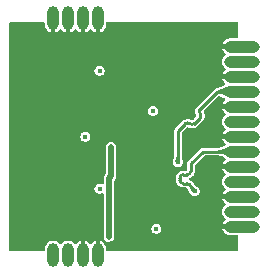
<source format=gbr>
%TF.GenerationSoftware,KiCad,Pcbnew,9.0.0*%
%TF.CreationDate,2025-02-25T16:03:33+01:00*%
%TF.ProjectId,2_In_6_Out,325f496e-5f36-45f4-9f75-742e6b696361,0*%
%TF.SameCoordinates,Original*%
%TF.FileFunction,Copper,L4,Bot*%
%TF.FilePolarity,Positive*%
%FSLAX46Y46*%
G04 Gerber Fmt 4.6, Leading zero omitted, Abs format (unit mm)*
G04 Created by KiCad (PCBNEW 9.0.0) date 2025-02-25 16:03:33*
%MOMM*%
%LPD*%
G01*
G04 APERTURE LIST*
%TA.AperFunction,CastellatedPad*%
%ADD10O,3.000000X1.000000*%
%TD*%
%TA.AperFunction,ComponentPad*%
%ADD11O,1.000000X2.000000*%
%TD*%
%TA.AperFunction,ViaPad*%
%ADD12C,0.450000*%
%TD*%
%TA.AperFunction,Conductor*%
%ADD13C,0.245000*%
%TD*%
%TA.AperFunction,Conductor*%
%ADD14C,0.500000*%
%TD*%
G04 APERTURE END LIST*
D10*
%TO.P,J3,1,Pin_1*%
%TO.N,GND*%
X109146250Y-53130000D03*
%TO.P,J3,2,Pin_2*%
%TO.N,/ClockBuffers/MasterTrigger_out_3*%
X109146250Y-54400000D03*
%TO.P,J3,3,Pin_3*%
%TO.N,GND*%
X109146250Y-55670000D03*
%TO.P,J3,4,Pin_4*%
%TO.N,/ClockBuffers/Heimtime_out_3*%
X109146250Y-56940000D03*
%TO.P,J3,5,Pin_5*%
%TO.N,GND*%
X109146250Y-58210000D03*
%TO.P,J3,6,Pin_6*%
%TO.N,/ClockBuffers/MasterTrigger_out_2*%
X109146250Y-59480000D03*
%TO.P,J3,7,Pin_7*%
%TO.N,GND*%
X109146250Y-60750000D03*
%TO.P,J3,8,Pin_8*%
%TO.N,/ClockBuffers/Heimtime_out_2*%
X109146250Y-62020000D03*
%TO.P,J3,9,Pin_9*%
%TO.N,GND*%
X109146250Y-63290000D03*
%TO.P,J3,10,Pin_10*%
%TO.N,/ClockBuffers/MasterTrigger_out_1*%
X109146250Y-64560000D03*
%TO.P,J3,11,Pin_11*%
%TO.N,GND*%
X109146250Y-65830000D03*
%TO.P,J3,12,Pin_12*%
%TO.N,/ClockBuffers/Heimtime_out_1*%
X109146250Y-67100000D03*
%TO.P,J3,13,Pin_13*%
%TO.N,GND*%
X109146250Y-68370000D03*
%TD*%
D11*
%TO.P,J4,1,Pin_1*%
%TO.N,GND*%
X96956250Y-50750000D03*
%TO.P,J4,2,Pin_2*%
X95686250Y-50750000D03*
%TO.P,J4,3,Pin_3*%
X94416250Y-50750000D03*
%TO.P,J4,4,Pin_4*%
X93146250Y-50750000D03*
%TD*%
%TO.P,J5,1,Pin_1*%
%TO.N,GND*%
X96956250Y-70750000D03*
%TO.P,J5,2,Pin_2*%
X95686250Y-70750000D03*
%TO.P,J5,3,Pin_3*%
%TO.N,3V3*%
X94416250Y-70750000D03*
%TO.P,J5,4,Pin_4*%
X93146250Y-70750000D03*
%TD*%
D12*
%TO.N,GND*%
X100216250Y-63240000D03*
X99626250Y-56760000D03*
X97656250Y-60480000D03*
X101346250Y-69630000D03*
X101816250Y-60810000D03*
X100326250Y-54140000D03*
X94356250Y-57020000D03*
X95436250Y-66640000D03*
X102606250Y-60800000D03*
X103996250Y-53150000D03*
X90696250Y-65050000D03*
X99476250Y-53250000D03*
X105876250Y-53690000D03*
X89766250Y-65790000D03*
X97786250Y-53630000D03*
X106526250Y-66060000D03*
X93826250Y-57980000D03*
X101106250Y-62910000D03*
X98986250Y-63350000D03*
X97431250Y-61856267D03*
X106436250Y-60860000D03*
X97266250Y-63420000D03*
X90346250Y-51640000D03*
X91416250Y-65840000D03*
X100876250Y-64260000D03*
X92556250Y-63400000D03*
X100116250Y-51630000D03*
X94506250Y-54920000D03*
X93346250Y-54230000D03*
X98626250Y-51710000D03*
X92196250Y-67950000D03*
X99206250Y-64260000D03*
X94396250Y-67050000D03*
X97096250Y-54510000D03*
X99656250Y-66730000D03*
X105207737Y-65945728D03*
X100286250Y-69860000D03*
X104226250Y-67570000D03*
X103110564Y-62838159D03*
X89866250Y-66990000D03*
X100376250Y-53480000D03*
X104816250Y-69870000D03*
X107686250Y-69560000D03*
X101746250Y-63500000D03*
X102366250Y-69170000D03*
X92096250Y-53950000D03*
X101906250Y-52270000D03*
X94156250Y-68170000D03*
X101076250Y-54140000D03*
X104956250Y-60750000D03*
X97236250Y-56440000D03*
X90596250Y-66250000D03*
X106616250Y-62850000D03*
X98956250Y-54160000D03*
X96522972Y-60499311D03*
X92896250Y-64250000D03*
X91626250Y-66770000D03*
X99443773Y-52281263D03*
X100386250Y-52540000D03*
X101096250Y-53110000D03*
X101722216Y-57994846D03*
X105846250Y-66080000D03*
X95366250Y-54770000D03*
X106496250Y-55300000D03*
X99626250Y-54130000D03*
X102026250Y-53230000D03*
X102106250Y-67900000D03*
X91446250Y-54530000D03*
X97996250Y-52730000D03*
X105126250Y-54700000D03*
X97100532Y-64515000D03*
X90476250Y-56340000D03*
X92756250Y-57160000D03*
X91496250Y-57050000D03*
X99716250Y-64280000D03*
X92556250Y-53310000D03*
X90426250Y-55110000D03*
X91433048Y-56048181D03*
X93276250Y-67370000D03*
X102656250Y-51650000D03*
X106536250Y-58530000D03*
X89746250Y-64720000D03*
X99476250Y-69330000D03*
X93906250Y-53340000D03*
X95336250Y-64890000D03*
X102466250Y-57330000D03*
X104676250Y-56580000D03*
X106696250Y-51520000D03*
X90296250Y-59850000D03*
X91556250Y-51620000D03*
X91906250Y-58310000D03*
X93996250Y-63830000D03*
X100296250Y-64290000D03*
X98155506Y-69784027D03*
X101026250Y-52040000D03*
X101976250Y-62660000D03*
X94496250Y-64750000D03*
X91896250Y-64750000D03*
X102646250Y-58180000D03*
X95336250Y-56510000D03*
X104526250Y-58890000D03*
%TO.N,3V3*%
X101906250Y-68550000D03*
X101616250Y-58560000D03*
X97086250Y-55170000D03*
X97086250Y-65170000D03*
X95896250Y-60750000D03*
%TO.N,/ClockBuffers/Heimtime_out_3*%
X103706250Y-62910000D03*
%TO.N,/ClockBuffers/Heimtime_out_2*%
X105136250Y-65350000D03*
%TO.N,Net-(D3-A)*%
X98056250Y-61660000D03*
X97886250Y-69220000D03*
%TD*%
D13*
%TO.N,/ClockBuffers/Heimtime_out_3*%
X103706250Y-60300000D02*
X103706250Y-60980939D01*
X104352680Y-59653572D02*
X103861767Y-60144484D01*
X103861767Y-60144484D02*
X103706250Y-60300000D01*
X108723750Y-56940000D02*
X107066250Y-56940000D01*
X105601250Y-59162660D02*
X105110338Y-59653573D01*
X103706250Y-62910000D02*
X103706250Y-60980939D01*
X107066250Y-56940000D02*
X105601250Y-58405000D01*
X105601250Y-58783830D02*
G75*
G02*
X105601205Y-59162615I-189450J-189370D01*
G01*
X105110338Y-59653573D02*
G75*
G02*
X104731508Y-59653573I-189415J189419D01*
G01*
X105601250Y-58405000D02*
G75*
G03*
X105601265Y-58783815I189450J-189400D01*
G01*
X104731508Y-59653573D02*
G75*
G03*
X104352686Y-59653578I-189408J-189427D01*
G01*
%TO.N,/ClockBuffers/Heimtime_out_2*%
X104847143Y-65060893D02*
X104828036Y-65041786D01*
X104520036Y-64733786D02*
X104186036Y-64733786D01*
X103878036Y-64425786D02*
X103878036Y-64271786D01*
X105818750Y-62027500D02*
X105826250Y-62020000D01*
X105136250Y-65350000D02*
X104847143Y-65060893D01*
X104828036Y-63018214D02*
X105818750Y-62027500D01*
X105826250Y-62020000D02*
X108723750Y-62020000D01*
X104186036Y-63963786D02*
X104520036Y-63963786D01*
X104828036Y-63655786D02*
X104828036Y-63501786D01*
X104828036Y-63501786D02*
X104828036Y-63018214D01*
X103878036Y-64271786D02*
G75*
G02*
X104186036Y-63963836I307964J-14D01*
G01*
X104186036Y-64733786D02*
G75*
G02*
X103878014Y-64425786I-36J307986D01*
G01*
X104520036Y-63963786D02*
G75*
G03*
X104827986Y-63655786I-36J307986D01*
G01*
X104828036Y-65041786D02*
G75*
G03*
X104520036Y-64733764I-308036J-14D01*
G01*
D14*
%TO.N,Net-(D3-A)*%
X97886250Y-69220000D02*
X97886250Y-64241752D01*
X97886250Y-64241752D02*
X98056250Y-64071752D01*
X98056250Y-64071752D02*
X98056250Y-61660000D01*
%TD*%
%TA.AperFunction,Conductor*%
%TO.N,GND*%
G36*
X92405441Y-51069407D02*
G01*
X92441405Y-51118907D01*
X92446250Y-51149500D01*
X92446250Y-51318944D01*
X92473151Y-51454183D01*
X92525916Y-51581571D01*
X92602521Y-51696220D01*
X92700029Y-51793728D01*
X92814678Y-51870333D01*
X92942063Y-51923097D01*
X92942069Y-51923099D01*
X92946250Y-51923929D01*
X92946250Y-51149500D01*
X92965157Y-51091309D01*
X93014657Y-51055345D01*
X93024371Y-51053806D01*
X93103463Y-51075000D01*
X93189037Y-51075000D01*
X93262263Y-51055378D01*
X93305441Y-51069407D01*
X93341405Y-51118907D01*
X93346250Y-51149500D01*
X93346250Y-51923929D01*
X93350430Y-51923099D01*
X93350436Y-51923097D01*
X93477821Y-51870333D01*
X93592470Y-51793728D01*
X93689980Y-51696218D01*
X93698934Y-51682818D01*
X93746983Y-51644938D01*
X93808121Y-51642535D01*
X93858995Y-51676527D01*
X93863566Y-51682818D01*
X93872519Y-51696218D01*
X93970029Y-51793728D01*
X94084678Y-51870333D01*
X94212063Y-51923097D01*
X94212069Y-51923099D01*
X94216250Y-51923929D01*
X94216250Y-51149500D01*
X94235157Y-51091309D01*
X94284657Y-51055345D01*
X94294371Y-51053806D01*
X94373463Y-51075000D01*
X94459037Y-51075000D01*
X94532263Y-51055378D01*
X94575441Y-51069407D01*
X94611405Y-51118907D01*
X94616250Y-51149500D01*
X94616250Y-51923929D01*
X94620430Y-51923099D01*
X94620436Y-51923097D01*
X94747821Y-51870333D01*
X94862470Y-51793728D01*
X94959980Y-51696218D01*
X94968934Y-51682818D01*
X95016983Y-51644938D01*
X95078121Y-51642535D01*
X95128995Y-51676527D01*
X95133566Y-51682818D01*
X95142519Y-51696218D01*
X95240029Y-51793728D01*
X95354678Y-51870333D01*
X95482063Y-51923097D01*
X95482069Y-51923099D01*
X95486250Y-51923929D01*
X95486250Y-51149500D01*
X95505157Y-51091309D01*
X95554657Y-51055345D01*
X95564371Y-51053806D01*
X95643463Y-51075000D01*
X95729037Y-51075000D01*
X95802263Y-51055378D01*
X95845441Y-51069407D01*
X95881405Y-51118907D01*
X95886250Y-51149500D01*
X95886250Y-51923929D01*
X95890430Y-51923099D01*
X95890436Y-51923097D01*
X96017821Y-51870333D01*
X96132470Y-51793728D01*
X96229980Y-51696218D01*
X96238934Y-51682818D01*
X96286983Y-51644938D01*
X96348121Y-51642535D01*
X96398995Y-51676527D01*
X96403566Y-51682818D01*
X96412519Y-51696218D01*
X96510029Y-51793728D01*
X96624678Y-51870333D01*
X96752063Y-51923097D01*
X96752069Y-51923099D01*
X96756250Y-51923929D01*
X96756250Y-51149500D01*
X96775157Y-51091309D01*
X96824657Y-51055345D01*
X96834371Y-51053806D01*
X96913463Y-51075000D01*
X96999037Y-51075000D01*
X97072263Y-51055378D01*
X97115441Y-51069407D01*
X97151405Y-51118907D01*
X97156250Y-51149500D01*
X97156250Y-51923929D01*
X97160430Y-51923099D01*
X97160436Y-51923097D01*
X97287821Y-51870333D01*
X97402470Y-51793728D01*
X97499978Y-51696220D01*
X97576583Y-51581571D01*
X97629348Y-51454183D01*
X97656249Y-51318944D01*
X97656250Y-51318942D01*
X97656250Y-51149500D01*
X97675157Y-51091309D01*
X97724657Y-51055345D01*
X97755250Y-51050500D01*
X108746750Y-51050500D01*
X108804941Y-51069407D01*
X108840905Y-51118907D01*
X108845750Y-51149500D01*
X108845750Y-52331000D01*
X108826843Y-52389191D01*
X108777343Y-52425155D01*
X108746750Y-52430000D01*
X108077305Y-52430000D01*
X107942066Y-52456901D01*
X107814678Y-52509666D01*
X107700029Y-52586271D01*
X107602521Y-52683779D01*
X107525916Y-52798428D01*
X107473153Y-52925810D01*
X107473151Y-52925816D01*
X107472319Y-52930000D01*
X108746750Y-52930000D01*
X108804941Y-52948907D01*
X108840905Y-52998407D01*
X108842443Y-53008121D01*
X108821250Y-53087213D01*
X108821250Y-53172787D01*
X108840871Y-53246013D01*
X108826843Y-53289191D01*
X108777343Y-53325155D01*
X108746750Y-53330000D01*
X107472319Y-53330000D01*
X107473151Y-53334183D01*
X107473153Y-53334189D01*
X107525916Y-53461571D01*
X107602521Y-53576220D01*
X107700030Y-53673729D01*
X107712984Y-53682385D01*
X107750863Y-53730436D01*
X107753265Y-53791574D01*
X107719271Y-53842447D01*
X107712986Y-53847014D01*
X107699707Y-53855887D01*
X107699704Y-53855889D01*
X107602135Y-53953458D01*
X107525478Y-54068182D01*
X107525472Y-54068193D01*
X107472670Y-54195670D01*
X107472670Y-54195672D01*
X107445750Y-54331004D01*
X107445750Y-54468995D01*
X107472670Y-54604327D01*
X107472670Y-54604329D01*
X107525472Y-54731806D01*
X107525478Y-54731817D01*
X107602135Y-54846541D01*
X107602136Y-54846542D01*
X107699708Y-54944114D01*
X107712984Y-54952985D01*
X107750863Y-55001033D01*
X107753265Y-55062171D01*
X107719273Y-55113045D01*
X107712988Y-55117612D01*
X107700029Y-55126271D01*
X107602521Y-55223779D01*
X107525916Y-55338428D01*
X107473153Y-55465810D01*
X107473151Y-55465816D01*
X107472319Y-55470000D01*
X108746750Y-55470000D01*
X108804941Y-55488907D01*
X108840905Y-55538407D01*
X108842443Y-55548121D01*
X108821250Y-55627213D01*
X108821250Y-55712787D01*
X108840871Y-55786013D01*
X108826843Y-55829191D01*
X108777343Y-55865155D01*
X108746750Y-55870000D01*
X107472319Y-55870000D01*
X107473151Y-55874183D01*
X107473153Y-55874189D01*
X107525916Y-56001571D01*
X107602521Y-56116220D01*
X107703466Y-56217165D01*
X107702608Y-56218022D01*
X107732659Y-56264963D01*
X107729060Y-56326043D01*
X107690246Y-56373341D01*
X107674584Y-56381498D01*
X107121160Y-56609534D01*
X107083444Y-56617000D01*
X107023726Y-56617000D01*
X106968960Y-56631674D01*
X106941576Y-56639012D01*
X106867924Y-56681535D01*
X105413980Y-58135478D01*
X105413958Y-58135499D01*
X105409002Y-58140451D01*
X105408994Y-58140456D01*
X105404386Y-58145064D01*
X105402512Y-58146938D01*
X105402457Y-58146965D01*
X105325744Y-58223696D01*
X105325742Y-58223699D01*
X105254917Y-58336443D01*
X105210952Y-58462117D01*
X105196053Y-58594424D01*
X105196053Y-58594427D01*
X105210963Y-58726725D01*
X105210964Y-58726733D01*
X105250939Y-58840972D01*
X105254938Y-58852401D01*
X105290025Y-58908244D01*
X105304974Y-58967575D01*
X105282193Y-59024362D01*
X105276211Y-59030907D01*
X105075894Y-59231225D01*
X104978600Y-59328519D01*
X104924083Y-59356296D01*
X104863651Y-59346725D01*
X104855928Y-59342342D01*
X104800085Y-59307256D01*
X104800077Y-59307252D01*
X104674404Y-59263281D01*
X104630298Y-59258312D01*
X104542091Y-59248376D01*
X104542089Y-59248376D01*
X104542087Y-59248376D01*
X104542086Y-59248376D01*
X104409781Y-59263284D01*
X104409779Y-59263284D01*
X104284103Y-59307261D01*
X104171367Y-59378095D01*
X104154354Y-59395107D01*
X104124291Y-59425170D01*
X104124289Y-59425171D01*
X104084657Y-59464800D01*
X104084658Y-59464801D01*
X104084653Y-59464806D01*
X104084652Y-59464805D01*
X103608946Y-59940512D01*
X103608945Y-59940515D01*
X103507924Y-60041535D01*
X103507922Y-60041536D01*
X103507917Y-60041540D01*
X103447788Y-60101670D01*
X103405262Y-60175326D01*
X103405262Y-60175327D01*
X103383250Y-60257476D01*
X103383250Y-60257478D01*
X103383250Y-62431463D01*
X103382798Y-62440910D01*
X103382074Y-62448458D01*
X103377951Y-62464714D01*
X103374889Y-62523411D01*
X103374681Y-62525588D01*
X103374393Y-62526250D01*
X103373332Y-62534936D01*
X103369530Y-62554598D01*
X103365341Y-62569717D01*
X103347378Y-62618981D01*
X103346849Y-62620397D01*
X103320638Y-62689006D01*
X103316906Y-62699638D01*
X103316513Y-62700865D01*
X103313315Y-62711893D01*
X103289780Y-62802481D01*
X103288462Y-62807846D01*
X103288332Y-62808406D01*
X103288331Y-62808417D01*
X103288218Y-62814779D01*
X103284862Y-62838631D01*
X103280750Y-62853978D01*
X103280750Y-62853981D01*
X103280750Y-62853982D01*
X103280750Y-62966018D01*
X103283342Y-62975690D01*
X103309748Y-63074241D01*
X103361892Y-63164555D01*
X103365765Y-63171263D01*
X103444987Y-63250485D01*
X103444989Y-63250486D01*
X103542009Y-63306501D01*
X103542007Y-63306501D01*
X103542011Y-63306502D01*
X103542013Y-63306503D01*
X103650232Y-63335500D01*
X103650234Y-63335500D01*
X103762266Y-63335500D01*
X103762268Y-63335500D01*
X103870487Y-63306503D01*
X103870489Y-63306501D01*
X103870491Y-63306501D01*
X103899314Y-63289859D01*
X103967513Y-63250485D01*
X104046735Y-63171263D01*
X104096068Y-63085816D01*
X104102751Y-63074241D01*
X104102751Y-63074239D01*
X104102753Y-63074237D01*
X104131750Y-62966018D01*
X104131750Y-62853982D01*
X104131750Y-62853981D01*
X104131750Y-62853980D01*
X104124890Y-62828384D01*
X104121910Y-62811586D01*
X104120516Y-62795993D01*
X104080239Y-62658806D01*
X104077000Y-62648740D01*
X104076603Y-62647607D01*
X104072873Y-62637776D01*
X104066312Y-62621735D01*
X104064357Y-62616542D01*
X104048209Y-62569717D01*
X104047791Y-62568504D01*
X104042820Y-62545527D01*
X104041821Y-62534936D01*
X104034342Y-62455629D01*
X104032753Y-62449820D01*
X104029250Y-62423715D01*
X104029250Y-60474798D01*
X104031718Y-60467200D01*
X104030469Y-60459310D01*
X104040992Y-60438656D01*
X104048157Y-60416607D01*
X104058247Y-60404794D01*
X104120231Y-60342811D01*
X104484419Y-59978623D01*
X104538936Y-59950845D01*
X104599368Y-59960416D01*
X104607094Y-59964800D01*
X104662932Y-59999885D01*
X104788603Y-60043859D01*
X104788607Y-60043860D01*
X104788610Y-60043861D01*
X104920923Y-60058769D01*
X105053236Y-60043861D01*
X105059884Y-60041535D01*
X105109679Y-60024111D01*
X105178914Y-59999885D01*
X105291655Y-59929046D01*
X105297598Y-59923103D01*
X105297599Y-59923103D01*
X105313051Y-59907651D01*
X105338731Y-59881971D01*
X105374906Y-59845797D01*
X105374907Y-59845794D01*
X105859715Y-59360986D01*
X105859717Y-59360981D01*
X105864054Y-59356645D01*
X105864659Y-59355952D01*
X105876666Y-59343949D01*
X105947504Y-59231225D01*
X105991485Y-59105566D01*
X106006405Y-58973271D01*
X105991516Y-58840972D01*
X105947565Y-58715302D01*
X105912457Y-58659406D01*
X105897519Y-58600074D01*
X105920309Y-58543291D01*
X105926278Y-58536760D01*
X107125056Y-57337982D01*
X107179572Y-57310207D01*
X107232772Y-57316453D01*
X107580692Y-57459812D01*
X107674585Y-57498500D01*
X107721184Y-57538150D01*
X107735578Y-57597619D01*
X107712268Y-57654190D01*
X107703248Y-57663052D01*
X107602521Y-57763779D01*
X107525916Y-57878428D01*
X107473153Y-58005810D01*
X107473151Y-58005816D01*
X107472319Y-58010000D01*
X108746750Y-58010000D01*
X108804941Y-58028907D01*
X108840905Y-58078407D01*
X108842443Y-58088121D01*
X108821250Y-58167213D01*
X108821250Y-58252787D01*
X108840871Y-58326013D01*
X108826843Y-58369191D01*
X108777343Y-58405155D01*
X108746750Y-58410000D01*
X107472319Y-58410000D01*
X107473151Y-58414183D01*
X107473153Y-58414189D01*
X107525916Y-58541571D01*
X107602521Y-58656220D01*
X107700030Y-58753729D01*
X107712984Y-58762385D01*
X107750863Y-58810436D01*
X107753265Y-58871574D01*
X107719271Y-58922447D01*
X107712986Y-58927014D01*
X107699707Y-58935887D01*
X107699704Y-58935889D01*
X107602135Y-59033458D01*
X107525478Y-59148182D01*
X107525472Y-59148193D01*
X107472670Y-59275670D01*
X107472670Y-59275672D01*
X107445750Y-59411004D01*
X107445750Y-59548995D01*
X107472670Y-59684327D01*
X107472670Y-59684329D01*
X107525472Y-59811806D01*
X107525478Y-59811817D01*
X107589513Y-59907651D01*
X107602136Y-59926542D01*
X107699708Y-60024114D01*
X107712984Y-60032985D01*
X107750863Y-60081033D01*
X107753265Y-60142171D01*
X107719273Y-60193045D01*
X107712988Y-60197612D01*
X107700029Y-60206271D01*
X107602521Y-60303779D01*
X107525916Y-60418428D01*
X107473153Y-60545810D01*
X107473151Y-60545816D01*
X107472319Y-60550000D01*
X108746750Y-60550000D01*
X108804941Y-60568907D01*
X108840905Y-60618407D01*
X108842443Y-60628121D01*
X108821250Y-60707213D01*
X108821250Y-60792787D01*
X108840871Y-60866013D01*
X108826843Y-60909191D01*
X108777343Y-60945155D01*
X108746750Y-60950000D01*
X107472319Y-60950000D01*
X107473151Y-60954183D01*
X107473153Y-60954189D01*
X107525916Y-61081571D01*
X107602521Y-61196220D01*
X107700030Y-61293729D01*
X107712984Y-61302385D01*
X107750863Y-61350436D01*
X107753265Y-61411574D01*
X107726329Y-61456322D01*
X107720119Y-61462247D01*
X107699708Y-61475886D01*
X107602136Y-61573458D01*
X107599596Y-61577257D01*
X107592565Y-61583968D01*
X107582247Y-61588924D01*
X107562440Y-61603670D01*
X107520493Y-61621226D01*
X107506618Y-61625862D01*
X107315114Y-61674450D01*
X107300322Y-61677028D01*
X107146594Y-61691934D01*
X107142612Y-61693031D01*
X107141114Y-61693444D01*
X107114821Y-61697000D01*
X105783726Y-61697000D01*
X105720252Y-61714008D01*
X105720251Y-61714007D01*
X105701579Y-61719011D01*
X105701577Y-61719011D01*
X105701577Y-61719012D01*
X105650895Y-61748272D01*
X105637632Y-61751826D01*
X104629709Y-62759750D01*
X104629708Y-62759749D01*
X104569572Y-62819886D01*
X104569570Y-62819888D01*
X104558750Y-62838631D01*
X104549887Y-62853982D01*
X104541526Y-62868461D01*
X104527047Y-62893540D01*
X104527048Y-62893541D01*
X104505036Y-62975690D01*
X104505036Y-63541786D01*
X104486129Y-63599977D01*
X104436629Y-63635941D01*
X104406036Y-63640786D01*
X104137478Y-63640786D01*
X104136785Y-63640830D01*
X104114983Y-63640829D01*
X104114978Y-63640829D01*
X104114977Y-63640829D01*
X104114975Y-63640829D01*
X104114974Y-63640829D01*
X103976349Y-63672453D01*
X103848234Y-63734135D01*
X103848224Y-63734141D01*
X103737055Y-63822781D01*
X103737054Y-63822782D01*
X103648391Y-63933944D01*
X103648391Y-63933945D01*
X103586689Y-64062048D01*
X103586688Y-64062049D01*
X103555039Y-64200679D01*
X103555038Y-64223830D01*
X103555038Y-64229253D01*
X103555036Y-64229262D01*
X103555036Y-64264774D01*
X103555036Y-64271763D01*
X103555036Y-64271770D01*
X103555034Y-64330894D01*
X103555036Y-64330919D01*
X103555036Y-64384741D01*
X103555015Y-64384802D01*
X103555013Y-64439174D01*
X103555011Y-64496874D01*
X103555012Y-64496878D01*
X103585163Y-64628993D01*
X103586652Y-64635514D01*
X103648352Y-64763636D01*
X103737018Y-64874814D01*
X103737022Y-64874817D01*
X103737024Y-64874819D01*
X103848200Y-64963471D01*
X103848201Y-64963471D01*
X103848202Y-64963472D01*
X103976329Y-65025163D01*
X104114971Y-65056794D01*
X104114972Y-65056793D01*
X104114973Y-65056794D01*
X104162373Y-65056788D01*
X104186074Y-65056786D01*
X104421364Y-65056786D01*
X104449795Y-65066025D01*
X104479550Y-65075693D01*
X104479551Y-65075695D01*
X104479554Y-65075696D01*
X104494254Y-65095931D01*
X104515512Y-65125190D01*
X104515515Y-65125198D01*
X104517433Y-65131102D01*
X104518903Y-65136066D01*
X104527045Y-65166453D01*
X104529531Y-65172453D01*
X104529511Y-65172460D01*
X104534554Y-65183785D01*
X104536659Y-65190264D01*
X104536661Y-65190268D01*
X104553729Y-65213758D01*
X104559369Y-65222442D01*
X104564422Y-65231192D01*
X104568184Y-65238369D01*
X104569848Y-65241888D01*
X104766605Y-65570140D01*
X104768985Y-65574014D01*
X104769269Y-65574466D01*
X104773737Y-65579076D01*
X104788377Y-65598468D01*
X104795283Y-65610429D01*
X104795765Y-65611263D01*
X104874987Y-65690485D01*
X104874989Y-65690486D01*
X104972009Y-65746501D01*
X104972007Y-65746501D01*
X104972011Y-65746502D01*
X104972013Y-65746503D01*
X105080232Y-65775500D01*
X105080234Y-65775500D01*
X105192266Y-65775500D01*
X105192268Y-65775500D01*
X105300487Y-65746503D01*
X105300489Y-65746501D01*
X105300491Y-65746501D01*
X105330803Y-65729000D01*
X105397513Y-65690485D01*
X105476735Y-65611263D01*
X105532753Y-65514237D01*
X105561750Y-65406018D01*
X105561750Y-65293982D01*
X105532753Y-65185763D01*
X105532751Y-65185760D01*
X105532751Y-65185758D01*
X105480888Y-65095931D01*
X105476735Y-65088737D01*
X105397513Y-65009515D01*
X105392364Y-65006542D01*
X105382026Y-65000573D01*
X105365043Y-64988191D01*
X105356411Y-64980367D01*
X105201793Y-64887689D01*
X105149012Y-64856051D01*
X105110715Y-64814092D01*
X105057682Y-64703967D01*
X105057676Y-64703957D01*
X104969039Y-64592804D01*
X104969037Y-64592802D01*
X104969034Y-64592798D01*
X104857876Y-64504144D01*
X104857874Y-64504143D01*
X104857871Y-64504141D01*
X104729773Y-64442442D01*
X104729221Y-64442249D01*
X104728961Y-64442051D01*
X104724771Y-64440033D01*
X104725184Y-64439174D01*
X104680547Y-64405174D01*
X104662961Y-64346571D01*
X104683181Y-64288823D01*
X104725151Y-64258336D01*
X104724789Y-64257584D01*
X104728937Y-64255585D01*
X104729240Y-64255366D01*
X104729782Y-64255175D01*
X104729798Y-64255172D01*
X104857905Y-64193464D01*
X104969070Y-64104797D01*
X105057718Y-63993618D01*
X105119406Y-63865500D01*
X105151040Y-63726869D01*
X105151036Y-63655771D01*
X105151036Y-63651954D01*
X105151036Y-63459262D01*
X105151036Y-63193012D01*
X105169943Y-63134821D01*
X105180032Y-63123008D01*
X105931045Y-62371996D01*
X105985562Y-62344219D01*
X106001049Y-62343000D01*
X107114482Y-62343000D01*
X107125657Y-62343633D01*
X107134740Y-62344664D01*
X107145694Y-62348020D01*
X107315444Y-62365194D01*
X107315981Y-62365255D01*
X107316204Y-62365356D01*
X107326383Y-62367002D01*
X107421719Y-62388307D01*
X107429316Y-62390326D01*
X107534756Y-62422916D01*
X107542493Y-62425664D01*
X107558369Y-62432057D01*
X107597631Y-62463954D01*
X107599054Y-62462787D01*
X107602132Y-62466538D01*
X107602136Y-62466542D01*
X107699708Y-62564114D01*
X107712984Y-62572985D01*
X107750863Y-62621033D01*
X107753265Y-62682171D01*
X107719273Y-62733045D01*
X107712988Y-62737612D01*
X107700029Y-62746271D01*
X107602521Y-62843779D01*
X107525916Y-62958428D01*
X107473153Y-63085810D01*
X107473151Y-63085816D01*
X107472319Y-63090000D01*
X108746750Y-63090000D01*
X108804941Y-63108907D01*
X108840905Y-63158407D01*
X108842443Y-63168121D01*
X108821250Y-63247213D01*
X108821250Y-63332787D01*
X108840871Y-63406013D01*
X108826843Y-63449191D01*
X108777343Y-63485155D01*
X108746750Y-63490000D01*
X107472319Y-63490000D01*
X107473151Y-63494183D01*
X107473153Y-63494189D01*
X107525916Y-63621571D01*
X107602521Y-63736220D01*
X107700030Y-63833729D01*
X107712984Y-63842385D01*
X107750863Y-63890436D01*
X107753265Y-63951574D01*
X107719271Y-64002447D01*
X107712986Y-64007014D01*
X107699707Y-64015887D01*
X107699704Y-64015889D01*
X107602135Y-64113458D01*
X107525478Y-64228182D01*
X107525472Y-64228193D01*
X107472670Y-64355670D01*
X107472670Y-64355672D01*
X107445750Y-64491004D01*
X107445750Y-64628995D01*
X107463696Y-64719216D01*
X107472532Y-64763636D01*
X107472670Y-64764327D01*
X107472670Y-64764329D01*
X107525472Y-64891806D01*
X107525478Y-64891817D01*
X107601612Y-65005758D01*
X107602136Y-65006542D01*
X107699708Y-65104114D01*
X107712984Y-65112985D01*
X107750863Y-65161033D01*
X107753265Y-65222171D01*
X107719273Y-65273045D01*
X107712988Y-65277612D01*
X107700029Y-65286271D01*
X107602521Y-65383779D01*
X107525916Y-65498428D01*
X107473153Y-65625810D01*
X107473151Y-65625816D01*
X107472319Y-65630000D01*
X108746750Y-65630000D01*
X108804941Y-65648907D01*
X108840905Y-65698407D01*
X108842443Y-65708121D01*
X108821250Y-65787213D01*
X108821250Y-65872787D01*
X108840871Y-65946013D01*
X108826843Y-65989191D01*
X108777343Y-66025155D01*
X108746750Y-66030000D01*
X107472319Y-66030000D01*
X107473151Y-66034183D01*
X107473153Y-66034189D01*
X107525916Y-66161571D01*
X107602521Y-66276220D01*
X107700030Y-66373729D01*
X107712984Y-66382385D01*
X107750863Y-66430436D01*
X107753265Y-66491574D01*
X107719271Y-66542447D01*
X107712986Y-66547014D01*
X107699707Y-66555887D01*
X107699704Y-66555889D01*
X107602135Y-66653458D01*
X107525478Y-66768182D01*
X107525472Y-66768193D01*
X107472670Y-66895670D01*
X107472670Y-66895672D01*
X107445750Y-67031004D01*
X107445750Y-67168995D01*
X107472670Y-67304327D01*
X107472670Y-67304329D01*
X107525472Y-67431806D01*
X107525478Y-67431817D01*
X107602135Y-67546541D01*
X107602136Y-67546542D01*
X107699708Y-67644114D01*
X107712984Y-67652985D01*
X107750863Y-67701033D01*
X107753265Y-67762171D01*
X107719273Y-67813045D01*
X107712988Y-67817612D01*
X107700029Y-67826271D01*
X107602521Y-67923779D01*
X107525916Y-68038428D01*
X107473153Y-68165810D01*
X107473151Y-68165816D01*
X107472319Y-68170000D01*
X108746750Y-68170000D01*
X108804941Y-68188907D01*
X108840905Y-68238407D01*
X108842443Y-68248121D01*
X108821250Y-68327213D01*
X108821250Y-68412787D01*
X108840871Y-68486013D01*
X108826843Y-68529191D01*
X108777343Y-68565155D01*
X108746750Y-68570000D01*
X107472319Y-68570000D01*
X107473151Y-68574183D01*
X107473153Y-68574189D01*
X107525916Y-68701571D01*
X107602521Y-68816220D01*
X107700029Y-68913728D01*
X107814678Y-68990333D01*
X107942066Y-69043098D01*
X108077305Y-69069999D01*
X108077307Y-69070000D01*
X108746750Y-69070000D01*
X108804941Y-69088907D01*
X108840905Y-69138407D01*
X108845750Y-69169000D01*
X108845750Y-70350500D01*
X108826843Y-70408691D01*
X108777343Y-70444655D01*
X108746750Y-70449500D01*
X97755250Y-70449500D01*
X97697059Y-70430593D01*
X97661095Y-70381093D01*
X97656250Y-70350500D01*
X97656250Y-70181057D01*
X97656249Y-70181055D01*
X97629348Y-70045816D01*
X97576583Y-69918428D01*
X97499978Y-69803779D01*
X97402470Y-69706271D01*
X97287821Y-69629666D01*
X97160439Y-69576903D01*
X97160433Y-69576901D01*
X97156250Y-69576069D01*
X97156250Y-70350500D01*
X97137343Y-70408691D01*
X97087843Y-70444655D01*
X97078128Y-70446193D01*
X96999037Y-70425000D01*
X96913463Y-70425000D01*
X96840236Y-70444621D01*
X96797059Y-70430593D01*
X96761095Y-70381093D01*
X96756250Y-70350500D01*
X96756250Y-69576069D01*
X96752066Y-69576901D01*
X96752060Y-69576903D01*
X96624678Y-69629666D01*
X96510029Y-69706271D01*
X96412520Y-69803780D01*
X96403565Y-69817183D01*
X96355515Y-69855062D01*
X96294376Y-69857464D01*
X96243503Y-69823470D01*
X96238935Y-69817183D01*
X96229979Y-69803780D01*
X96132470Y-69706271D01*
X96017821Y-69629666D01*
X95890439Y-69576903D01*
X95890433Y-69576901D01*
X95886250Y-69576069D01*
X95886250Y-70350500D01*
X95867343Y-70408691D01*
X95817843Y-70444655D01*
X95808128Y-70446193D01*
X95729037Y-70425000D01*
X95643463Y-70425000D01*
X95570236Y-70444621D01*
X95527059Y-70430593D01*
X95491095Y-70381093D01*
X95486250Y-70350500D01*
X95486250Y-69576069D01*
X95482066Y-69576901D01*
X95482060Y-69576903D01*
X95354678Y-69629666D01*
X95240029Y-69706271D01*
X95142521Y-69803779D01*
X95133862Y-69816738D01*
X95085810Y-69854615D01*
X95024671Y-69857014D01*
X94973799Y-69823018D01*
X94969237Y-69816738D01*
X94960364Y-69803458D01*
X94862792Y-69705886D01*
X94862791Y-69705885D01*
X94748067Y-69629228D01*
X94748056Y-69629222D01*
X94620578Y-69576420D01*
X94485245Y-69549500D01*
X94485243Y-69549500D01*
X94347257Y-69549500D01*
X94347254Y-69549500D01*
X94211922Y-69576420D01*
X94211920Y-69576420D01*
X94084443Y-69629222D01*
X94084432Y-69629228D01*
X93969708Y-69705885D01*
X93872139Y-69803454D01*
X93872136Y-69803458D01*
X93863565Y-69816286D01*
X93815515Y-69854165D01*
X93754377Y-69856567D01*
X93703503Y-69822574D01*
X93698935Y-69816286D01*
X93690364Y-69803458D01*
X93592792Y-69705886D01*
X93592791Y-69705885D01*
X93478067Y-69629228D01*
X93478056Y-69629222D01*
X93350578Y-69576420D01*
X93215245Y-69549500D01*
X93215243Y-69549500D01*
X93077257Y-69549500D01*
X93077254Y-69549500D01*
X92941922Y-69576420D01*
X92941920Y-69576420D01*
X92814443Y-69629222D01*
X92814432Y-69629228D01*
X92699708Y-69705885D01*
X92602135Y-69803458D01*
X92525478Y-69918182D01*
X92525472Y-69918193D01*
X92472670Y-70045670D01*
X92472670Y-70045672D01*
X92445750Y-70181004D01*
X92445750Y-70350500D01*
X92426843Y-70408691D01*
X92377343Y-70444655D01*
X92346750Y-70449500D01*
X89545750Y-70449500D01*
X89487559Y-70430593D01*
X89451595Y-70381093D01*
X89446750Y-70350500D01*
X89446750Y-65113982D01*
X96660750Y-65113982D01*
X96660750Y-65226018D01*
X96676895Y-65286271D01*
X96689748Y-65334241D01*
X96745763Y-65431260D01*
X96745765Y-65431263D01*
X96824987Y-65510485D01*
X96824989Y-65510486D01*
X96922009Y-65566501D01*
X96922007Y-65566501D01*
X96922011Y-65566502D01*
X96922013Y-65566503D01*
X97030232Y-65595500D01*
X97030234Y-65595500D01*
X97142266Y-65595500D01*
X97142268Y-65595500D01*
X97250487Y-65566503D01*
X97287250Y-65545277D01*
X97347097Y-65532556D01*
X97402993Y-65557442D01*
X97433586Y-65610429D01*
X97435750Y-65631014D01*
X97435750Y-69279309D01*
X97462824Y-69380351D01*
X97466452Y-69393890D01*
X97525757Y-69496608D01*
X97525759Y-69496610D01*
X97525761Y-69496613D01*
X97609637Y-69580489D01*
X97609639Y-69580490D01*
X97609641Y-69580492D01*
X97712360Y-69639797D01*
X97712361Y-69639797D01*
X97712364Y-69639799D01*
X97826941Y-69670500D01*
X97826943Y-69670500D01*
X97945557Y-69670500D01*
X97945559Y-69670500D01*
X98060136Y-69639799D01*
X98060138Y-69639797D01*
X98060140Y-69639797D01*
X98162858Y-69580492D01*
X98162858Y-69580491D01*
X98162863Y-69580489D01*
X98246739Y-69496613D01*
X98306049Y-69393886D01*
X98336750Y-69279309D01*
X98336750Y-68493982D01*
X101480750Y-68493982D01*
X101480750Y-68606018D01*
X101506322Y-68701455D01*
X101509748Y-68714241D01*
X101565763Y-68811260D01*
X101565765Y-68811263D01*
X101644987Y-68890485D01*
X101644989Y-68890486D01*
X101742009Y-68946501D01*
X101742007Y-68946501D01*
X101742011Y-68946502D01*
X101742013Y-68946503D01*
X101850232Y-68975500D01*
X101850234Y-68975500D01*
X101962266Y-68975500D01*
X101962268Y-68975500D01*
X102070487Y-68946503D01*
X102070489Y-68946501D01*
X102070491Y-68946501D01*
X102099314Y-68929859D01*
X102167513Y-68890485D01*
X102246735Y-68811263D01*
X102302753Y-68714237D01*
X102331750Y-68606018D01*
X102331750Y-68493982D01*
X102302753Y-68385763D01*
X102302751Y-68385760D01*
X102302751Y-68385758D01*
X102246736Y-68288739D01*
X102246735Y-68288737D01*
X102167513Y-68209515D01*
X102167510Y-68209513D01*
X102070490Y-68153498D01*
X102070492Y-68153498D01*
X102028501Y-68142247D01*
X101962268Y-68124500D01*
X101850232Y-68124500D01*
X101783998Y-68142247D01*
X101742008Y-68153498D01*
X101644989Y-68209513D01*
X101565763Y-68288739D01*
X101509748Y-68385758D01*
X101509747Y-68385763D01*
X101480750Y-68493982D01*
X98336750Y-68493982D01*
X98336750Y-64469362D01*
X98355657Y-64411171D01*
X98365740Y-64399364D01*
X98416739Y-64348366D01*
X98442748Y-64303315D01*
X98452269Y-64286827D01*
X98470306Y-64255585D01*
X98476049Y-64245638D01*
X98506750Y-64131061D01*
X98506750Y-61600691D01*
X98476049Y-61486114D01*
X98476047Y-61486111D01*
X98476047Y-61486109D01*
X98416742Y-61383391D01*
X98416740Y-61383389D01*
X98416739Y-61383387D01*
X98332863Y-61299511D01*
X98332860Y-61299509D01*
X98332858Y-61299507D01*
X98230139Y-61240202D01*
X98230140Y-61240202D01*
X98216601Y-61236574D01*
X98115559Y-61209500D01*
X97996941Y-61209500D01*
X97926817Y-61228289D01*
X97882359Y-61240202D01*
X97779641Y-61299507D01*
X97695757Y-61383391D01*
X97636452Y-61486109D01*
X97605750Y-61600692D01*
X97605750Y-63844141D01*
X97586843Y-63902332D01*
X97576754Y-63914144D01*
X97525761Y-63965136D01*
X97525757Y-63965142D01*
X97466450Y-64067864D01*
X97466450Y-64067865D01*
X97466451Y-64067866D01*
X97449519Y-64131059D01*
X97435750Y-64182444D01*
X97435750Y-64708985D01*
X97416843Y-64767176D01*
X97367343Y-64803140D01*
X97306157Y-64803140D01*
X97287250Y-64794722D01*
X97250488Y-64773497D01*
X97213678Y-64763634D01*
X97142268Y-64744500D01*
X97030232Y-64744500D01*
X96963998Y-64762247D01*
X96922008Y-64773498D01*
X96824989Y-64829513D01*
X96745763Y-64908739D01*
X96689748Y-65005758D01*
X96676074Y-65056793D01*
X96660750Y-65113982D01*
X89446750Y-65113982D01*
X89446750Y-60693982D01*
X95470750Y-60693982D01*
X95470750Y-60806018D01*
X95482803Y-60851000D01*
X95499748Y-60914241D01*
X95555763Y-61011260D01*
X95555765Y-61011263D01*
X95634987Y-61090485D01*
X95634989Y-61090486D01*
X95732009Y-61146501D01*
X95732007Y-61146501D01*
X95732011Y-61146502D01*
X95732013Y-61146503D01*
X95840232Y-61175500D01*
X95840234Y-61175500D01*
X95952266Y-61175500D01*
X95952268Y-61175500D01*
X96060487Y-61146503D01*
X96060489Y-61146501D01*
X96060491Y-61146501D01*
X96089314Y-61129859D01*
X96157513Y-61090485D01*
X96236735Y-61011263D01*
X96292753Y-60914237D01*
X96321750Y-60806018D01*
X96321750Y-60693982D01*
X96292753Y-60585763D01*
X96292751Y-60585760D01*
X96292751Y-60585758D01*
X96236736Y-60488739D01*
X96236735Y-60488737D01*
X96157513Y-60409515D01*
X96157510Y-60409513D01*
X96060490Y-60353498D01*
X96060492Y-60353498D01*
X96018501Y-60342247D01*
X95952268Y-60324500D01*
X95840232Y-60324500D01*
X95773998Y-60342247D01*
X95732008Y-60353498D01*
X95634989Y-60409513D01*
X95555763Y-60488739D01*
X95499748Y-60585758D01*
X95499747Y-60585763D01*
X95470750Y-60693982D01*
X89446750Y-60693982D01*
X89446750Y-58503982D01*
X101190750Y-58503982D01*
X101190750Y-58616018D01*
X101216322Y-58711455D01*
X101219748Y-58724241D01*
X101267195Y-58806420D01*
X101275765Y-58821263D01*
X101354987Y-58900485D01*
X101354989Y-58900486D01*
X101452009Y-58956501D01*
X101452007Y-58956501D01*
X101452011Y-58956502D01*
X101452013Y-58956503D01*
X101560232Y-58985500D01*
X101560234Y-58985500D01*
X101672266Y-58985500D01*
X101672268Y-58985500D01*
X101780487Y-58956503D01*
X101780489Y-58956501D01*
X101780491Y-58956501D01*
X101831563Y-58927014D01*
X101877513Y-58900485D01*
X101956735Y-58821263D01*
X102011312Y-58726733D01*
X102012751Y-58724241D01*
X102012751Y-58724239D01*
X102012753Y-58724237D01*
X102041750Y-58616018D01*
X102041750Y-58503982D01*
X102012753Y-58395763D01*
X102012751Y-58395760D01*
X102012751Y-58395758D01*
X101956736Y-58298739D01*
X101956735Y-58298737D01*
X101877513Y-58219515D01*
X101877510Y-58219513D01*
X101780490Y-58163498D01*
X101780492Y-58163498D01*
X101718788Y-58146965D01*
X101672268Y-58134500D01*
X101560232Y-58134500D01*
X101513712Y-58146965D01*
X101452008Y-58163498D01*
X101354989Y-58219513D01*
X101275763Y-58298739D01*
X101219748Y-58395758D01*
X101215932Y-58410000D01*
X101190750Y-58503982D01*
X89446750Y-58503982D01*
X89446750Y-55113982D01*
X96660750Y-55113982D01*
X96660750Y-55226018D01*
X96686322Y-55321455D01*
X96689748Y-55334241D01*
X96745763Y-55431260D01*
X96745765Y-55431263D01*
X96824987Y-55510485D01*
X96824989Y-55510486D01*
X96922009Y-55566501D01*
X96922007Y-55566501D01*
X96922011Y-55566502D01*
X96922013Y-55566503D01*
X97030232Y-55595500D01*
X97030234Y-55595500D01*
X97142266Y-55595500D01*
X97142268Y-55595500D01*
X97250487Y-55566503D01*
X97250489Y-55566501D01*
X97250491Y-55566501D01*
X97288502Y-55544555D01*
X97347513Y-55510485D01*
X97426735Y-55431263D01*
X97476539Y-55345000D01*
X97482751Y-55334241D01*
X97482751Y-55334239D01*
X97482753Y-55334237D01*
X97511750Y-55226018D01*
X97511750Y-55113982D01*
X97482753Y-55005763D01*
X97482751Y-55005760D01*
X97482751Y-55005758D01*
X97426736Y-54908739D01*
X97426735Y-54908737D01*
X97347513Y-54829515D01*
X97347510Y-54829513D01*
X97250490Y-54773498D01*
X97250492Y-54773498D01*
X97208501Y-54762247D01*
X97142268Y-54744500D01*
X97030232Y-54744500D01*
X96963998Y-54762247D01*
X96922008Y-54773498D01*
X96824989Y-54829513D01*
X96745763Y-54908739D01*
X96689748Y-55005758D01*
X96674633Y-55062171D01*
X96660750Y-55113982D01*
X89446750Y-55113982D01*
X89446750Y-51149500D01*
X89465657Y-51091309D01*
X89515157Y-51055345D01*
X89545750Y-51050500D01*
X92347250Y-51050500D01*
X92405441Y-51069407D01*
G37*
%TD.AperFunction*%
%TD*%
%TA.AperFunction,Conductor*%
%TO.N,/ClockBuffers/Heimtime_out_3*%
G36*
X108053017Y-56451536D02*
G01*
X108053270Y-56451644D01*
X108838821Y-56802316D01*
X108844977Y-56808816D01*
X108845750Y-56812998D01*
X108845750Y-57066999D01*
X108842323Y-57075272D01*
X108838819Y-57077683D01*
X108053289Y-57428346D01*
X108044338Y-57428589D01*
X108044063Y-57428480D01*
X107163100Y-57065484D01*
X107156756Y-57059163D01*
X107155857Y-57054666D01*
X107155857Y-56825333D01*
X107159284Y-56817060D01*
X107163097Y-56814516D01*
X108044064Y-56451519D01*
X108053017Y-56451536D01*
G37*
%TD.AperFunction*%
%TD*%
%TA.AperFunction,Conductor*%
%TO.N,/ClockBuffers/Heimtime_out_3*%
G36*
X103826375Y-62467750D02*
G01*
X103829750Y-62474924D01*
X103841648Y-62601077D01*
X103841648Y-62601081D01*
X103872861Y-62691589D01*
X103872872Y-62691619D01*
X103882664Y-62715563D01*
X103883061Y-62716696D01*
X103923338Y-62853883D01*
X103922381Y-62862787D01*
X103915408Y-62868405D01*
X103914444Y-62868644D01*
X103708582Y-62910525D01*
X103703917Y-62910525D01*
X103497668Y-62868564D01*
X103490245Y-62863557D01*
X103488536Y-62854766D01*
X103488677Y-62854157D01*
X103488748Y-62853883D01*
X103512208Y-62763585D01*
X103512600Y-62762362D01*
X103539639Y-62691588D01*
X103566698Y-62617379D01*
X103579118Y-62553166D01*
X103583172Y-62475414D01*
X103587025Y-62467330D01*
X103594856Y-62464323D01*
X103818102Y-62464323D01*
X103826375Y-62467750D01*
G37*
%TD.AperFunction*%
%TD*%
%TA.AperFunction,Conductor*%
%TO.N,/ClockBuffers/Heimtime_out_2*%
G36*
X104922487Y-64959860D02*
G01*
X105192902Y-65121949D01*
X105250758Y-65156628D01*
X105256092Y-65163820D01*
X105254778Y-65172678D01*
X105254499Y-65173121D01*
X105138270Y-65348722D01*
X105134972Y-65352020D01*
X104959371Y-65468249D01*
X104950580Y-65469958D01*
X104943157Y-65464951D01*
X104942878Y-65464508D01*
X104746110Y-65136237D01*
X104744796Y-65127379D01*
X104747870Y-65121951D01*
X104908200Y-64961621D01*
X104916472Y-64958195D01*
X104922487Y-64959860D01*
G37*
%TD.AperFunction*%
%TD*%
%TA.AperFunction,Conductor*%
%TO.N,/ClockBuffers/Heimtime_out_2*%
G36*
X108055941Y-61532837D02*
G01*
X108838821Y-61882316D01*
X108844977Y-61888816D01*
X108845750Y-61892998D01*
X108845750Y-62146999D01*
X108842323Y-62155272D01*
X108838819Y-62157683D01*
X108056401Y-62506957D01*
X108047450Y-62507200D01*
X108043010Y-62504181D01*
X107997439Y-62454474D01*
X107997432Y-62454468D01*
X107921828Y-62391050D01*
X107835978Y-62334830D01*
X107724721Y-62277511D01*
X107607522Y-62230316D01*
X107607518Y-62230314D01*
X107478398Y-62190406D01*
X107478400Y-62190406D01*
X107353514Y-62162497D01*
X107166379Y-62143564D01*
X107158493Y-62139321D01*
X107155857Y-62131923D01*
X107155857Y-61908120D01*
X107159284Y-61899847D01*
X107166428Y-61896475D01*
X107343199Y-61879336D01*
X107343205Y-61879334D01*
X107343213Y-61879334D01*
X107579023Y-61819504D01*
X107784284Y-61733596D01*
X107940691Y-61634636D01*
X108043022Y-61535132D01*
X108051339Y-61531823D01*
X108055941Y-61532837D01*
G37*
%TD.AperFunction*%
%TD*%
M02*

</source>
